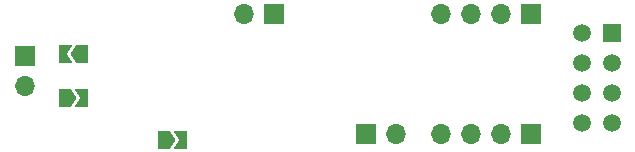
<source format=gbs>
%TF.GenerationSoftware,KiCad,Pcbnew,6.0.11*%
%TF.CreationDate,2024-08-22T19:43:05+01:00*%
%TF.ProjectId,ESPower,4553506f-7765-4722-9e6b-696361645f70,rev?*%
%TF.SameCoordinates,PX4f54d68PY59a0560*%
%TF.FileFunction,Soldermask,Bot*%
%TF.FilePolarity,Negative*%
%FSLAX46Y46*%
G04 Gerber Fmt 4.6, Leading zero omitted, Abs format (unit mm)*
G04 Created by KiCad (PCBNEW 6.0.11) date 2024-08-22 19:43:05*
%MOMM*%
%LPD*%
G01*
G04 APERTURE LIST*
G04 Aperture macros list*
%AMFreePoly0*
4,1,6,1.000000,0.000000,0.500000,-0.750000,-0.500000,-0.750000,-0.500000,0.750000,0.500000,0.750000,1.000000,0.000000,1.000000,0.000000,$1*%
%AMFreePoly1*
4,1,6,0.500000,-0.750000,-0.650000,-0.750000,-0.150000,0.000000,-0.650000,0.750000,0.500000,0.750000,0.500000,-0.750000,0.500000,-0.750000,$1*%
G04 Aperture macros list end*
%ADD10R,1.700000X1.700000*%
%ADD11O,1.700000X1.700000*%
%ADD12R,1.500000X1.500000*%
%ADD13C,1.500000*%
%ADD14FreePoly0,0.000000*%
%ADD15FreePoly1,0.000000*%
%ADD16FreePoly0,180.000000*%
%ADD17FreePoly1,180.000000*%
G04 APERTURE END LIST*
D10*
X30988000Y-12319000D03*
D11*
X33528000Y-12319000D03*
D10*
X44958000Y-12319000D03*
D11*
X42418000Y-12319000D03*
X39878000Y-12319000D03*
X37338000Y-12319000D03*
D10*
X44958000Y-2159000D03*
D11*
X42418000Y-2159000D03*
X39878000Y-2159000D03*
X37338000Y-2159000D03*
D12*
X51816000Y-3810000D03*
D13*
X51816000Y-6350000D03*
X51816000Y-8890000D03*
X51816000Y-11430000D03*
X49276000Y-3810000D03*
X49276000Y-6350000D03*
X49276000Y-8890000D03*
X49276000Y-11430000D03*
D10*
X23216000Y-2159000D03*
D11*
X20676000Y-2159000D03*
D10*
X2159000Y-5715000D03*
D11*
X2159000Y-8255000D03*
D14*
X5498000Y-9271000D03*
D15*
X6948000Y-9271000D03*
D16*
X6948000Y-5588000D03*
D17*
X5498000Y-5588000D03*
D14*
X13880000Y-12827000D03*
D15*
X15330000Y-12827000D03*
M02*

</source>
